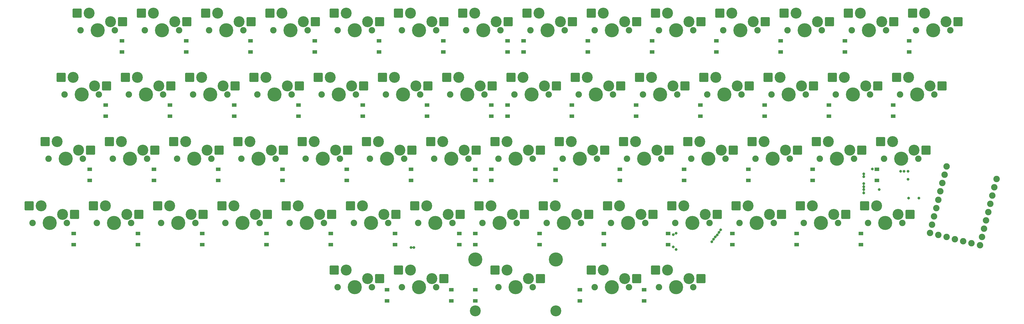
<source format=gbr>
%TF.GenerationSoftware,KiCad,Pcbnew,(6.0.6-0)*%
%TF.CreationDate,2022-07-30T10:34:08-07:00*%
%TF.ProjectId,purple-owl,70757270-6c65-42d6-9f77-6c2e6b696361,v0.1*%
%TF.SameCoordinates,Original*%
%TF.FileFunction,Soldermask,Top*%
%TF.FilePolarity,Negative*%
%FSLAX46Y46*%
G04 Gerber Fmt 4.6, Leading zero omitted, Abs format (unit mm)*
G04 Created by KiCad (PCBNEW (6.0.6-0)) date 2022-07-30 10:34:08*
%MOMM*%
%LPD*%
G01*
G04 APERTURE LIST*
G04 Aperture macros list*
%AMRoundRect*
0 Rectangle with rounded corners*
0 $1 Rounding radius*
0 $2 $3 $4 $5 $6 $7 $8 $9 X,Y pos of 4 corners*
0 Add a 4 corners polygon primitive as box body*
4,1,4,$2,$3,$4,$5,$6,$7,$8,$9,$2,$3,0*
0 Add four circle primitives for the rounded corners*
1,1,$1+$1,$2,$3*
1,1,$1+$1,$4,$5*
1,1,$1+$1,$6,$7*
1,1,$1+$1,$8,$9*
0 Add four rect primitives between the rounded corners*
20,1,$1+$1,$2,$3,$4,$5,0*
20,1,$1+$1,$4,$5,$6,$7,0*
20,1,$1+$1,$6,$7,$8,$9,0*
20,1,$1+$1,$8,$9,$2,$3,0*%
G04 Aperture macros list end*
%ADD10RoundRect,0.100000X0.600000X-0.450000X0.600000X0.450000X-0.600000X0.450000X-0.600000X-0.450000X0*%
%ADD11C,3.248000*%
%ADD12C,1.901800*%
%ADD13C,4.187800*%
%ADD14RoundRect,0.354000X-1.016000X-1.016000X1.016000X-1.016000X1.016000X1.016000X-1.016000X1.016000X0*%
%ADD15RoundRect,0.100000X-0.600000X0.450000X-0.600000X-0.450000X0.600000X-0.450000X0.600000X0.450000X0*%
%ADD16C,1.900000*%
%ADD17C,0.800000*%
G04 APERTURE END LIST*
D10*
%TO.C,D27*%
X116681250Y-101662500D03*
X116681250Y-98362500D03*
%TD*%
%TO.C,D38*%
X169068750Y-120712500D03*
X169068750Y-117412500D03*
%TD*%
D11*
%TO.C,SW10*%
X168910000Y-71120000D03*
D12*
X176530000Y-76200000D03*
D13*
X171450000Y-76200000D03*
D12*
X166370000Y-76200000D03*
D11*
X175260000Y-73660000D03*
D14*
X165354000Y-71120000D03*
X178816000Y-73660000D03*
%TD*%
D13*
%TO.C,SW22*%
X204787500Y-95250000D03*
D12*
X199707500Y-95250000D03*
X209867500Y-95250000D03*
D11*
X202247500Y-90170000D03*
X208597500Y-92710000D03*
D14*
X198691500Y-90170000D03*
X212153500Y-92710000D03*
%TD*%
D10*
%TO.C,D42*%
X92868750Y-120712500D03*
X92868750Y-117412500D03*
%TD*%
%TO.C,D52*%
X164306250Y-139762500D03*
X164306250Y-136462500D03*
%TD*%
D13*
%TO.C,SW48*%
X233362500Y-133350000D03*
D12*
X238442500Y-133350000D03*
X228282500Y-133350000D03*
D11*
X230822500Y-128270000D03*
X237172500Y-130810000D03*
D14*
X227266500Y-128270000D03*
X240728500Y-130810000D03*
%TD*%
D11*
%TO.C,SW15*%
X335597500Y-90170000D03*
D13*
X338137500Y-95250000D03*
D11*
X341947500Y-92710000D03*
D12*
X343217500Y-95250000D03*
X333057500Y-95250000D03*
D14*
X332041500Y-90170000D03*
X345503500Y-92710000D03*
%TD*%
D10*
%TO.C,D6*%
X240506250Y-82612500D03*
X240506250Y-79312500D03*
%TD*%
D11*
%TO.C,SW58*%
X251460000Y-149860000D03*
X245110000Y-147320000D03*
D12*
X242570000Y-152400000D03*
X252730000Y-152400000D03*
D13*
X247650000Y-152400000D03*
D14*
X241554000Y-147320000D03*
X255016000Y-149860000D03*
%TD*%
D13*
%TO.C,SW24*%
X166687500Y-95250000D03*
D12*
X161607500Y-95250000D03*
X171767500Y-95250000D03*
D11*
X164147500Y-90170000D03*
X170497500Y-92710000D03*
D14*
X160591500Y-90170000D03*
X174053500Y-92710000D03*
%TD*%
D10*
%TO.C,D13*%
X121443750Y-82612500D03*
X121443750Y-79312500D03*
%TD*%
D11*
%TO.C,SW32*%
X273685000Y-109220000D03*
D13*
X276225000Y-114300000D03*
D11*
X280035000Y-111760000D03*
D12*
X271145000Y-114300000D03*
X281305000Y-114300000D03*
D14*
X270129000Y-109220000D03*
X283591000Y-111760000D03*
%TD*%
D12*
%TO.C,SW20*%
X237807500Y-95250000D03*
X247967500Y-95250000D03*
D13*
X242887500Y-95250000D03*
D11*
X246697500Y-92710000D03*
X240347500Y-90170000D03*
D14*
X236791500Y-90170000D03*
X250253500Y-92710000D03*
%TD*%
D13*
%TO.C,SW8*%
X209550000Y-76200000D03*
D11*
X207010000Y-71120000D03*
D12*
X204470000Y-76200000D03*
X214630000Y-76200000D03*
D11*
X213360000Y-73660000D03*
D14*
X203454000Y-71120000D03*
X216916000Y-73660000D03*
%TD*%
D12*
%TO.C,SW11*%
X147320000Y-76200000D03*
X157480000Y-76200000D03*
D11*
X156210000Y-73660000D03*
D13*
X152400000Y-76200000D03*
D11*
X149860000Y-71120000D03*
D14*
X146304000Y-71120000D03*
X159766000Y-73660000D03*
%TD*%
D10*
%TO.C,D2*%
X316706250Y-82612500D03*
X316706250Y-79312500D03*
%TD*%
D13*
%TO.C,SW9*%
X190500000Y-76200000D03*
D11*
X194310000Y-73660000D03*
D12*
X185420000Y-76200000D03*
D11*
X187960000Y-71120000D03*
D12*
X195580000Y-76200000D03*
D14*
X184404000Y-71120000D03*
X197866000Y-73660000D03*
%TD*%
D10*
%TO.C,D40*%
X130968750Y-120712500D03*
X130968750Y-117412500D03*
%TD*%
D12*
%TO.C,SW47*%
X257492500Y-133350000D03*
X247332500Y-133350000D03*
D11*
X256222500Y-130810000D03*
X249872500Y-128270000D03*
D13*
X252412500Y-133350000D03*
D14*
X246316500Y-128270000D03*
X259778500Y-130810000D03*
%TD*%
D10*
%TO.C,D22*%
X211931250Y-101662500D03*
X211931250Y-98362500D03*
%TD*%
%TO.C,D24*%
X173831250Y-101662500D03*
X173831250Y-98362500D03*
%TD*%
D11*
%TO.C,SW12*%
X137160000Y-73660000D03*
D12*
X128270000Y-76200000D03*
D11*
X130810000Y-71120000D03*
D13*
X133350000Y-76200000D03*
D12*
X138430000Y-76200000D03*
D14*
X127254000Y-71120000D03*
X140716000Y-73660000D03*
%TD*%
D12*
%TO.C,SW35*%
X213995000Y-114300000D03*
D11*
X222885000Y-111760000D03*
D12*
X224155000Y-114300000D03*
D11*
X216535000Y-109220000D03*
D13*
X219075000Y-114300000D03*
D14*
X212979000Y-109220000D03*
X226441000Y-111760000D03*
%TD*%
D10*
%TO.C,D37*%
X188118750Y-120712500D03*
X188118750Y-117412500D03*
%TD*%
D13*
%TO.C,SW2*%
X323850000Y-76200000D03*
D11*
X327660000Y-73660000D03*
D12*
X328930000Y-76200000D03*
X318770000Y-76200000D03*
D11*
X321310000Y-71120000D03*
D14*
X317754000Y-71120000D03*
X331216000Y-73660000D03*
%TD*%
D11*
%TO.C,SW44*%
X313372500Y-130810000D03*
D13*
X309562500Y-133350000D03*
D12*
X304482500Y-133350000D03*
X314642500Y-133350000D03*
D11*
X307022500Y-128270000D03*
D14*
X303466500Y-128270000D03*
X316928500Y-130810000D03*
%TD*%
D10*
%TO.C,D49*%
X207168750Y-139762500D03*
X207168750Y-136462500D03*
%TD*%
%TO.C,D47*%
X245268750Y-139762500D03*
X245268750Y-136462500D03*
%TD*%
D12*
%TO.C,SW16*%
X324167500Y-95250000D03*
D13*
X319087500Y-95250000D03*
D11*
X322897500Y-92710000D03*
D12*
X314007500Y-95250000D03*
D11*
X316547500Y-90170000D03*
D14*
X312991500Y-90170000D03*
X326453500Y-92710000D03*
%TD*%
D10*
%TO.C,D19*%
X254793750Y-101662500D03*
X254793750Y-98362500D03*
%TD*%
D11*
%TO.C,SW54*%
X122872500Y-130810000D03*
X116522500Y-128270000D03*
D12*
X113982500Y-133350000D03*
D13*
X119062500Y-133350000D03*
D12*
X124142500Y-133350000D03*
D14*
X112966500Y-128270000D03*
X126428500Y-130810000D03*
%TD*%
D10*
%TO.C,D43*%
X321468750Y-139762500D03*
X321468750Y-136462500D03*
%TD*%
D12*
%TO.C,SW55*%
X94932500Y-133350000D03*
X105092500Y-133350000D03*
D11*
X103822500Y-130810000D03*
D13*
X100012500Y-133350000D03*
D11*
X97472500Y-128270000D03*
D14*
X93916500Y-128270000D03*
X107378500Y-130810000D03*
%TD*%
D12*
%TO.C,SW36*%
X194945000Y-114300000D03*
D13*
X200025000Y-114300000D03*
D11*
X197485000Y-109220000D03*
D12*
X205105000Y-114300000D03*
D11*
X203835000Y-111760000D03*
D14*
X193929000Y-109220000D03*
X207391000Y-111760000D03*
%TD*%
D12*
%TO.C,SW42*%
X80645000Y-114300000D03*
X90805000Y-114300000D03*
D11*
X89535000Y-111760000D03*
X83185000Y-109220000D03*
D13*
X85725000Y-114300000D03*
D14*
X79629000Y-109220000D03*
X93091000Y-111760000D03*
%TD*%
D10*
%TO.C,D25*%
X154781250Y-101662500D03*
X154781250Y-98362500D03*
%TD*%
D12*
%TO.C,SW43*%
X333692500Y-133350000D03*
D11*
X332422500Y-130810000D03*
D13*
X328612500Y-133350000D03*
D12*
X323532500Y-133350000D03*
D11*
X326072500Y-128270000D03*
D14*
X322516500Y-128270000D03*
X335978500Y-130810000D03*
%TD*%
D11*
%TO.C,SW33*%
X260985000Y-111760000D03*
D12*
X252095000Y-114300000D03*
D11*
X254635000Y-109220000D03*
D13*
X257175000Y-114300000D03*
D12*
X262255000Y-114300000D03*
D14*
X251079000Y-109220000D03*
X264541000Y-111760000D03*
%TD*%
D11*
%TO.C,SW28*%
X87947500Y-90170000D03*
D13*
X90487500Y-95250000D03*
D11*
X94297500Y-92710000D03*
D12*
X95567500Y-95250000D03*
X85407500Y-95250000D03*
D14*
X84391500Y-90170000D03*
X97853500Y-92710000D03*
%TD*%
D10*
%TO.C,D11*%
X159543750Y-82612500D03*
X159543750Y-79312500D03*
%TD*%
D13*
%TO.C,SW23*%
X185737500Y-95250000D03*
D11*
X183197500Y-90170000D03*
D12*
X190817500Y-95250000D03*
X180657500Y-95250000D03*
D11*
X189547500Y-92710000D03*
D14*
X179641500Y-90170000D03*
X193103500Y-92710000D03*
%TD*%
D10*
%TO.C,D53*%
X145256250Y-139762500D03*
X145256250Y-136462500D03*
%TD*%
D12*
%TO.C,SW52*%
X162242500Y-133350000D03*
D11*
X160972500Y-130810000D03*
D13*
X157162500Y-133350000D03*
D12*
X152082500Y-133350000D03*
D11*
X154622500Y-128270000D03*
D14*
X151066500Y-128270000D03*
X164528500Y-130810000D03*
%TD*%
D10*
%TO.C,D8*%
X216693750Y-82612500D03*
X216693750Y-79312500D03*
%TD*%
%TO.C,D20*%
X235743750Y-101662500D03*
X235743750Y-98362500D03*
%TD*%
D13*
%TO.C,SW53*%
X138112500Y-133350000D03*
D12*
X133032500Y-133350000D03*
D11*
X141922500Y-130810000D03*
X135572500Y-128270000D03*
D12*
X143192500Y-133350000D03*
D14*
X132016500Y-128270000D03*
X145478500Y-130810000D03*
%TD*%
D13*
%TO.C,SW59*%
X231013000Y-144145000D03*
X207137000Y-144145000D03*
D11*
X207137000Y-159385000D03*
X216535000Y-147320000D03*
D12*
X213995000Y-152400000D03*
D11*
X222885000Y-149860000D03*
D13*
X219075000Y-152400000D03*
D11*
X231013000Y-159385000D03*
D12*
X224155000Y-152400000D03*
D14*
X212979000Y-147320000D03*
X226441000Y-149860000D03*
%TD*%
D10*
%TO.C,D16*%
X311943750Y-101662500D03*
X311943750Y-98362500D03*
%TD*%
%TO.C,D9*%
X197643750Y-82612500D03*
X197643750Y-79312500D03*
%TD*%
%TO.C,D41*%
X111918750Y-120712500D03*
X111918750Y-117412500D03*
%TD*%
%TO.C,D56*%
X88106250Y-139762500D03*
X88106250Y-136462500D03*
%TD*%
%TO.C,D46*%
X264318750Y-139762500D03*
X264318750Y-136462500D03*
%TD*%
%TO.C,D15*%
X330993750Y-101662500D03*
X330993750Y-98362500D03*
%TD*%
D13*
%TO.C,SW27*%
X109537500Y-95250000D03*
D11*
X106997500Y-90170000D03*
D12*
X104457500Y-95250000D03*
X114617500Y-95250000D03*
D11*
X113347500Y-92710000D03*
D14*
X103441500Y-90170000D03*
X116903500Y-92710000D03*
%TD*%
D13*
%TO.C,SW7*%
X228600000Y-76200000D03*
D12*
X233680000Y-76200000D03*
X223520000Y-76200000D03*
D11*
X226060000Y-71120000D03*
X232410000Y-73660000D03*
D14*
X222504000Y-71120000D03*
X235966000Y-73660000D03*
%TD*%
D15*
%TO.C,D57*%
X257175000Y-153131250D03*
X257175000Y-156431250D03*
%TD*%
D10*
%TO.C,D30*%
X307181250Y-120712500D03*
X307181250Y-117412500D03*
%TD*%
D13*
%TO.C,SW17*%
X300037500Y-95250000D03*
D11*
X297497500Y-90170000D03*
D12*
X305117500Y-95250000D03*
D11*
X303847500Y-92710000D03*
D12*
X294957500Y-95250000D03*
D14*
X293941500Y-90170000D03*
X307403500Y-92710000D03*
%TD*%
D10*
%TO.C,D33*%
X250031250Y-120712500D03*
X250031250Y-117412500D03*
%TD*%
%TO.C,D17*%
X292893750Y-101662500D03*
X292893750Y-98362500D03*
%TD*%
D11*
%TO.C,SW60*%
X187960000Y-147320000D03*
D12*
X195580000Y-152400000D03*
D11*
X194310000Y-149860000D03*
D13*
X190500000Y-152400000D03*
D12*
X185420000Y-152400000D03*
D14*
X184404000Y-147320000D03*
X197866000Y-149860000D03*
%TD*%
D11*
%TO.C,SW41*%
X102235000Y-109220000D03*
D12*
X109855000Y-114300000D03*
D13*
X104775000Y-114300000D03*
D12*
X99695000Y-114300000D03*
D11*
X108585000Y-111760000D03*
D14*
X98679000Y-109220000D03*
X112141000Y-111760000D03*
%TD*%
D10*
%TO.C,D51*%
X183356250Y-139762500D03*
X183356250Y-136462500D03*
%TD*%
D12*
%TO.C,SW38*%
X156845000Y-114300000D03*
D13*
X161925000Y-114300000D03*
D11*
X165735000Y-111760000D03*
D12*
X167005000Y-114300000D03*
D11*
X159385000Y-109220000D03*
D14*
X155829000Y-109220000D03*
X169291000Y-111760000D03*
%TD*%
D10*
%TO.C,D54*%
X126206250Y-139762500D03*
X126206250Y-136462500D03*
%TD*%
%TO.C,D48*%
X226218750Y-139762500D03*
X226218750Y-136462500D03*
%TD*%
%TO.C,D23*%
X192881250Y-101662500D03*
X192881250Y-98362500D03*
%TD*%
D12*
%TO.C,SW49*%
X219392500Y-133350000D03*
D11*
X218122500Y-130810000D03*
D12*
X209232500Y-133350000D03*
D13*
X214312500Y-133350000D03*
D11*
X211772500Y-128270000D03*
D14*
X208216500Y-128270000D03*
X221678500Y-130810000D03*
%TD*%
D11*
%TO.C,SW25*%
X145097500Y-90170000D03*
X151447500Y-92710000D03*
D13*
X147637500Y-95250000D03*
D12*
X152717500Y-95250000D03*
X142557500Y-95250000D03*
D14*
X141541500Y-90170000D03*
X155003500Y-92710000D03*
%TD*%
D12*
%TO.C,SW19*%
X256857500Y-95250000D03*
D11*
X265747500Y-92710000D03*
D12*
X267017500Y-95250000D03*
D11*
X259397500Y-90170000D03*
D13*
X261937500Y-95250000D03*
D14*
X255841500Y-90170000D03*
X269303500Y-92710000D03*
%TD*%
D12*
%TO.C,SW40*%
X118745000Y-114300000D03*
D13*
X123825000Y-114300000D03*
D11*
X127635000Y-111760000D03*
D12*
X128905000Y-114300000D03*
D11*
X121285000Y-109220000D03*
D14*
X117729000Y-109220000D03*
X131191000Y-111760000D03*
%TD*%
D12*
%TO.C,SW29*%
X338455000Y-114300000D03*
X328295000Y-114300000D03*
D11*
X337185000Y-111760000D03*
X330835000Y-109220000D03*
D13*
X333375000Y-114300000D03*
D14*
X327279000Y-109220000D03*
X340741000Y-111760000D03*
%TD*%
D10*
%TO.C,D36*%
X207168750Y-120712500D03*
X207168750Y-117412500D03*
%TD*%
%TO.C,D39*%
X150018750Y-120712500D03*
X150018750Y-117412500D03*
%TD*%
%TO.C,D5*%
X259556250Y-82612500D03*
X259556250Y-79312500D03*
%TD*%
D15*
%TO.C,D61*%
X180975000Y-153131250D03*
X180975000Y-156431250D03*
%TD*%
D10*
%TO.C,D3*%
X297656250Y-82612500D03*
X297656250Y-79312500D03*
%TD*%
D13*
%TO.C,SW31*%
X295275000Y-114300000D03*
D12*
X300355000Y-114300000D03*
D11*
X292735000Y-109220000D03*
X299085000Y-111760000D03*
D12*
X290195000Y-114300000D03*
D14*
X289179000Y-109220000D03*
X302641000Y-111760000D03*
%TD*%
D11*
%TO.C,SW26*%
X132397500Y-92710000D03*
X126047500Y-90170000D03*
D12*
X123507500Y-95250000D03*
X133667500Y-95250000D03*
D13*
X128587500Y-95250000D03*
D14*
X122491500Y-90170000D03*
X135953500Y-92710000D03*
%TD*%
D13*
%TO.C,SW3*%
X304800000Y-76200000D03*
D12*
X309880000Y-76200000D03*
D11*
X308610000Y-73660000D03*
D12*
X299720000Y-76200000D03*
D11*
X302260000Y-71120000D03*
D14*
X298704000Y-71120000D03*
X312166000Y-73660000D03*
%TD*%
D12*
%TO.C,SW56*%
X75882500Y-133350000D03*
D13*
X80962500Y-133350000D03*
D11*
X84772500Y-130810000D03*
X78422500Y-128270000D03*
D12*
X86042500Y-133350000D03*
D14*
X74866500Y-128270000D03*
X88328500Y-130810000D03*
%TD*%
D13*
%TO.C,SW18*%
X280987500Y-95250000D03*
D12*
X286067500Y-95250000D03*
D11*
X278447500Y-90170000D03*
X284797500Y-92710000D03*
D12*
X275907500Y-95250000D03*
D14*
X274891500Y-90170000D03*
X288353500Y-92710000D03*
%TD*%
D10*
%TO.C,D31*%
X288131250Y-120712500D03*
X288131250Y-117412500D03*
%TD*%
%TO.C,D28*%
X97631250Y-101662500D03*
X97631250Y-98362500D03*
%TD*%
D11*
%TO.C,SW61*%
X168910000Y-147320000D03*
X175260000Y-149860000D03*
D12*
X176530000Y-152400000D03*
X166370000Y-152400000D03*
D13*
X171450000Y-152400000D03*
D14*
X165354000Y-147320000D03*
X178816000Y-149860000D03*
%TD*%
D10*
%TO.C,D32*%
X269081250Y-120712500D03*
X269081250Y-117412500D03*
%TD*%
D12*
%TO.C,SW51*%
X171132500Y-133350000D03*
D13*
X176212500Y-133350000D03*
D11*
X173672500Y-128270000D03*
D12*
X181292500Y-133350000D03*
D11*
X180022500Y-130810000D03*
D14*
X170116500Y-128270000D03*
X183578500Y-130810000D03*
%TD*%
D11*
%TO.C,SW21*%
X227647500Y-92710000D03*
X221297500Y-90170000D03*
D13*
X223837500Y-95250000D03*
D12*
X218757500Y-95250000D03*
X228917500Y-95250000D03*
D14*
X217741500Y-90170000D03*
X231203500Y-92710000D03*
%TD*%
D12*
%TO.C,SW34*%
X243205000Y-114300000D03*
X233045000Y-114300000D03*
D13*
X238125000Y-114300000D03*
D11*
X235585000Y-109220000D03*
X241935000Y-111760000D03*
D14*
X232029000Y-109220000D03*
X245491000Y-111760000D03*
%TD*%
D12*
%TO.C,SW5*%
X271780000Y-76200000D03*
X261620000Y-76200000D03*
D13*
X266700000Y-76200000D03*
D11*
X270510000Y-73660000D03*
X264160000Y-71120000D03*
D14*
X260604000Y-71120000D03*
X274066000Y-73660000D03*
%TD*%
D15*
%TO.C,D60*%
X200025000Y-153131250D03*
X200025000Y-156431250D03*
%TD*%
D13*
%TO.C,SW39*%
X142875000Y-114300000D03*
D12*
X147955000Y-114300000D03*
D11*
X146685000Y-111760000D03*
D12*
X137795000Y-114300000D03*
D11*
X140335000Y-109220000D03*
D14*
X136779000Y-109220000D03*
X150241000Y-111760000D03*
%TD*%
D13*
%TO.C,SW50*%
X195262500Y-133350000D03*
D11*
X192722500Y-128270000D03*
X199072500Y-130810000D03*
D12*
X190182500Y-133350000D03*
X200342500Y-133350000D03*
D14*
X189166500Y-128270000D03*
X202628500Y-130810000D03*
%TD*%
D11*
%TO.C,SW57*%
X270510000Y-149860000D03*
D13*
X266700000Y-152400000D03*
D12*
X261620000Y-152400000D03*
D11*
X264160000Y-147320000D03*
D12*
X271780000Y-152400000D03*
D14*
X260604000Y-147320000D03*
X274066000Y-149860000D03*
%TD*%
D11*
%TO.C,SW1*%
X340360000Y-71120000D03*
D12*
X337820000Y-76200000D03*
X347980000Y-76200000D03*
D13*
X342900000Y-76200000D03*
D11*
X346710000Y-73660000D03*
D14*
X336804000Y-71120000D03*
X350266000Y-73660000D03*
%TD*%
D15*
%TO.C,D59*%
X207168750Y-153131250D03*
X207168750Y-156431250D03*
%TD*%
D10*
%TO.C,D34*%
X230981250Y-120712500D03*
X230981250Y-117412500D03*
%TD*%
%TO.C,D45*%
X283368750Y-139762500D03*
X283368750Y-136462500D03*
%TD*%
%TO.C,D44*%
X302418750Y-139762500D03*
X302418750Y-136462500D03*
%TD*%
%TO.C,D21*%
X216693750Y-101662500D03*
X216693750Y-98362500D03*
%TD*%
%TO.C,D26*%
X135731250Y-101662500D03*
X135731250Y-98362500D03*
%TD*%
%TO.C,D4*%
X278606250Y-82612500D03*
X278606250Y-79312500D03*
%TD*%
%TO.C,D14*%
X102393750Y-82612500D03*
X102393750Y-79312500D03*
%TD*%
D15*
%TO.C,D58*%
X238125000Y-153131250D03*
X238125000Y-156431250D03*
%TD*%
D11*
%TO.C,SW46*%
X268922500Y-128270000D03*
D12*
X266382500Y-133350000D03*
X276542500Y-133350000D03*
D13*
X271462500Y-133350000D03*
D11*
X275272500Y-130810000D03*
D14*
X265366500Y-128270000D03*
X278828500Y-130810000D03*
%TD*%
D10*
%TO.C,D35*%
X211931250Y-120712500D03*
X211931250Y-117412500D03*
%TD*%
D13*
%TO.C,SW37*%
X180975000Y-114300000D03*
D11*
X184785000Y-111760000D03*
X178435000Y-109220000D03*
D12*
X186055000Y-114300000D03*
X175895000Y-114300000D03*
D14*
X174879000Y-109220000D03*
X188341000Y-111760000D03*
%TD*%
D10*
%TO.C,D55*%
X107156250Y-139762500D03*
X107156250Y-136462500D03*
%TD*%
%TO.C,D10*%
X178593750Y-82612500D03*
X178593750Y-79312500D03*
%TD*%
D11*
%TO.C,SW30*%
X311785000Y-109220000D03*
D13*
X314325000Y-114300000D03*
D12*
X319405000Y-114300000D03*
D11*
X318135000Y-111760000D03*
D12*
X309245000Y-114300000D03*
D14*
X308229000Y-109220000D03*
X321691000Y-111760000D03*
%TD*%
D10*
%TO.C,D50*%
X202406250Y-139762500D03*
X202406250Y-136462500D03*
%TD*%
%TO.C,D18*%
X273843750Y-101662500D03*
X273843750Y-98362500D03*
%TD*%
%TO.C,D7*%
X221456250Y-82612500D03*
X221456250Y-79312500D03*
%TD*%
D13*
%TO.C,SW4*%
X285750000Y-76200000D03*
D11*
X289560000Y-73660000D03*
D12*
X280670000Y-76200000D03*
X290830000Y-76200000D03*
D11*
X283210000Y-71120000D03*
D14*
X279654000Y-71120000D03*
X293116000Y-73660000D03*
%TD*%
D11*
%TO.C,SW14*%
X99060000Y-73660000D03*
D13*
X95250000Y-76200000D03*
D11*
X92710000Y-71120000D03*
D12*
X90170000Y-76200000D03*
X100330000Y-76200000D03*
D14*
X89154000Y-71120000D03*
X102616000Y-73660000D03*
%TD*%
D10*
%TO.C,D1*%
X335756250Y-82612500D03*
X335756250Y-79312500D03*
%TD*%
D11*
%TO.C,SW13*%
X118110000Y-73660000D03*
D12*
X109220000Y-76200000D03*
D13*
X114300000Y-76200000D03*
D12*
X119380000Y-76200000D03*
D11*
X111760000Y-71120000D03*
D14*
X108204000Y-71120000D03*
X121666000Y-73660000D03*
%TD*%
D10*
%TO.C,D29*%
X326231250Y-120712500D03*
X326231250Y-117412500D03*
%TD*%
D11*
%TO.C,SW45*%
X294322500Y-130810000D03*
D13*
X290512500Y-133350000D03*
D11*
X287972500Y-128270000D03*
D12*
X295592500Y-133350000D03*
X285432500Y-133350000D03*
D14*
X284416500Y-128270000D03*
X297878500Y-130810000D03*
%TD*%
D10*
%TO.C,D12*%
X140493750Y-82612500D03*
X140493750Y-79312500D03*
%TD*%
D12*
%TO.C,SW6*%
X252730000Y-76200000D03*
X242570000Y-76200000D03*
D13*
X247650000Y-76200000D03*
D11*
X245110000Y-71120000D03*
X251460000Y-73660000D03*
D14*
X241554000Y-71120000D03*
X255016000Y-73660000D03*
%TD*%
D16*
%TO.C,U1*%
X361641580Y-120255240D03*
X361027098Y-122719791D03*
X360412617Y-125184342D03*
X359798135Y-127648893D03*
X359183654Y-130113445D03*
X358569172Y-132577996D03*
X357954690Y-135042547D03*
X357340209Y-137507098D03*
X356725727Y-139971649D03*
X354261176Y-139357168D03*
X351796625Y-138742686D03*
X349332074Y-138128204D03*
X346867523Y-137513723D03*
X344402971Y-136899241D03*
X341938420Y-136284759D03*
X342552902Y-133820208D03*
X343167383Y-131355657D03*
X343781865Y-128891106D03*
X344396347Y-126426555D03*
X345010828Y-123962004D03*
X345625310Y-121497453D03*
X346239792Y-119032901D03*
X346854273Y-116568350D03*
%TD*%
D17*
X324866000Y-117348000D03*
X327279000Y-109220000D03*
X340741000Y-111760000D03*
X336042000Y-130810000D03*
X331216000Y-73660000D03*
X326453500Y-92710000D03*
X316865000Y-130810000D03*
X335568350Y-125949650D03*
X321691000Y-111760000D03*
X322326000Y-124395500D03*
X307403500Y-92710000D03*
X312166000Y-73660000D03*
X338631866Y-125934134D03*
X302641000Y-111760000D03*
X297815000Y-130810000D03*
X278765000Y-130810000D03*
X274066000Y-149860000D03*
X322317500Y-123444000D03*
X293116000Y-73660000D03*
X283591000Y-111760000D03*
X326857750Y-123444000D03*
X288353500Y-92710000D03*
X322317500Y-122555000D03*
X269303500Y-92710000D03*
X335407000Y-120396000D03*
X274066000Y-73660000D03*
X264541000Y-111760000D03*
X259715000Y-130810000D03*
X255016000Y-149860000D03*
X322323247Y-121663247D03*
X240665000Y-130810000D03*
X255016000Y-73660000D03*
X245491000Y-111760000D03*
X335407000Y-117991500D03*
X226441000Y-149860000D03*
X250253500Y-92710000D03*
X231203500Y-92710000D03*
X334264000Y-117983000D03*
X197866000Y-149860000D03*
X226441000Y-111760000D03*
X221615000Y-130810000D03*
X322326000Y-119634000D03*
X235966000Y-73660000D03*
X322326000Y-118745000D03*
X212153500Y-92710000D03*
X202628500Y-130810000D03*
X216916000Y-73660000D03*
X333248000Y-117983000D03*
X178816000Y-149860000D03*
X207391000Y-111760000D03*
X277241000Y-138938000D03*
X197866000Y-73533000D03*
X183578500Y-130810000D03*
X193103500Y-92710000D03*
X188341000Y-111760000D03*
X164528500Y-130810000D03*
X174053500Y-92710000D03*
X178816000Y-73660000D03*
X169291000Y-111760000D03*
X277749000Y-138176000D03*
X155003500Y-92710000D03*
X159766000Y-73660000D03*
X278257000Y-137476003D03*
X150241000Y-111760000D03*
X145478500Y-130810000D03*
X135953500Y-92710000D03*
X131191000Y-111760000D03*
X278827003Y-136841003D03*
X126428500Y-130810000D03*
X140716000Y-73660000D03*
X107378500Y-130810000D03*
X116903500Y-92710000D03*
X265811000Y-140416500D03*
X121793000Y-73533000D03*
X279400000Y-136144000D03*
X188976000Y-140589000D03*
X112141000Y-111760000D03*
X265811000Y-136822500D03*
X266700000Y-141224000D03*
X188087000Y-140589000D03*
X266700000Y-136368500D03*
X88328500Y-130810000D03*
X279908000Y-135382000D03*
G36*
X188423045Y-140373964D02*
G01*
X188433745Y-140387909D01*
X188489919Y-140428926D01*
X188559054Y-140433045D01*
X188619648Y-140399016D01*
X188629125Y-140388079D01*
X188639955Y-140373964D01*
X188641803Y-140373198D01*
X188643390Y-140374416D01*
X188643324Y-140376089D01*
X188597502Y-140466020D01*
X188578025Y-140589000D01*
X188597502Y-140711980D01*
X188643324Y-140801910D01*
X188643219Y-140803907D01*
X188641437Y-140804815D01*
X188639955Y-140804036D01*
X188629255Y-140790091D01*
X188573081Y-140749074D01*
X188503946Y-140744955D01*
X188443352Y-140778984D01*
X188433881Y-140789914D01*
X188423045Y-140804036D01*
X188421197Y-140804801D01*
X188419610Y-140803583D01*
X188419676Y-140801910D01*
X188465498Y-140711980D01*
X188484975Y-140589000D01*
X188465498Y-140466020D01*
X188419676Y-140376090D01*
X188419781Y-140374093D01*
X188421563Y-140373185D01*
X188423045Y-140373964D01*
G37*
G36*
X277389222Y-138335719D02*
G01*
X277427032Y-138409925D01*
X277515075Y-138497968D01*
X277626020Y-138554498D01*
X277719413Y-138569289D01*
X277720967Y-138570547D01*
X277720654Y-138572523D01*
X277719408Y-138573240D01*
X277651368Y-138583851D01*
X277599570Y-138629827D01*
X277580823Y-138696607D01*
X277590192Y-138742289D01*
X277604408Y-138776608D01*
X277604147Y-138778591D01*
X277602299Y-138779356D01*
X277600778Y-138778281D01*
X277562968Y-138704075D01*
X277474925Y-138616032D01*
X277363980Y-138559502D01*
X277270587Y-138544711D01*
X277269033Y-138543453D01*
X277269346Y-138541477D01*
X277270592Y-138540760D01*
X277338632Y-138530149D01*
X277390430Y-138484173D01*
X277409177Y-138417393D01*
X277399808Y-138371711D01*
X277385592Y-138337392D01*
X277385853Y-138335409D01*
X277387701Y-138334644D01*
X277389222Y-138335719D01*
G37*
G36*
X277886340Y-137614366D02*
G01*
X277935032Y-137709928D01*
X278023075Y-137797971D01*
X278134020Y-137854501D01*
X278252267Y-137873229D01*
X278253821Y-137874487D01*
X278253508Y-137876463D01*
X278252262Y-137877180D01*
X278186533Y-137887430D01*
X278134735Y-137933405D01*
X278115988Y-138000185D01*
X278123401Y-138036327D01*
X278122770Y-138038225D01*
X278120810Y-138038627D01*
X278119660Y-138037637D01*
X278070968Y-137942075D01*
X277982925Y-137854032D01*
X277871980Y-137797502D01*
X277753733Y-137778774D01*
X277752179Y-137777516D01*
X277752492Y-137775540D01*
X277753738Y-137774823D01*
X277819467Y-137764573D01*
X277871265Y-137718598D01*
X277890012Y-137651818D01*
X277882599Y-137615676D01*
X277883230Y-137613778D01*
X277885190Y-137613376D01*
X277886340Y-137614366D01*
G37*
G36*
X278435371Y-136881055D02*
G01*
X278448505Y-136963983D01*
X278505035Y-137074928D01*
X278593078Y-137162971D01*
X278704023Y-137219501D01*
X278786931Y-137232632D01*
X278788485Y-137233890D01*
X278788172Y-137235866D01*
X278786357Y-137236590D01*
X278782807Y-137236122D01*
X278714082Y-137246840D01*
X278662283Y-137292814D01*
X278643498Y-137359725D01*
X278644529Y-137374145D01*
X278652590Y-137435380D01*
X278651825Y-137437228D01*
X278649842Y-137437489D01*
X278648632Y-137435954D01*
X278635498Y-137353023D01*
X278578968Y-137242078D01*
X278490925Y-137154035D01*
X278379980Y-137097505D01*
X278297072Y-137084374D01*
X278295518Y-137083116D01*
X278295831Y-137081140D01*
X278297646Y-137080416D01*
X278301196Y-137080884D01*
X278369921Y-137070166D01*
X278421720Y-137024192D01*
X278440505Y-136957281D01*
X278439474Y-136942861D01*
X278431413Y-136881629D01*
X278432178Y-136879781D01*
X278434161Y-136879520D01*
X278435371Y-136881055D01*
G37*
G36*
X266308370Y-136408567D02*
G01*
X266321502Y-136491480D01*
X266378032Y-136602425D01*
X266442709Y-136667102D01*
X266443227Y-136669034D01*
X266441813Y-136670448D01*
X266440077Y-136670103D01*
X266405234Y-136643367D01*
X266404638Y-136644144D01*
X266402790Y-136644909D01*
X266401872Y-136644541D01*
X266365916Y-136618289D01*
X266296781Y-136614175D01*
X266236396Y-136648092D01*
X266203874Y-136709383D01*
X266202417Y-136750181D01*
X266206588Y-136781859D01*
X266205823Y-136783707D01*
X266203840Y-136783968D01*
X266202630Y-136782433D01*
X266189498Y-136699520D01*
X266132968Y-136588575D01*
X266068291Y-136523898D01*
X266067773Y-136521966D01*
X266069187Y-136520552D01*
X266070923Y-136520897D01*
X266105766Y-136547633D01*
X266106362Y-136546856D01*
X266108210Y-136546091D01*
X266109128Y-136546459D01*
X266145084Y-136572711D01*
X266214219Y-136576825D01*
X266274604Y-136542908D01*
X266307126Y-136481617D01*
X266308583Y-136440819D01*
X266304412Y-136409141D01*
X266305177Y-136407293D01*
X266307160Y-136407032D01*
X266308370Y-136408567D01*
G37*
G36*
X279031400Y-136286406D02*
G01*
X279078032Y-136377925D01*
X279166075Y-136465968D01*
X279277020Y-136522498D01*
X279359951Y-136535632D01*
X279361505Y-136536890D01*
X279361192Y-136538866D01*
X279359377Y-136539590D01*
X279330824Y-136535831D01*
X279262099Y-136546549D01*
X279210300Y-136592524D01*
X279191553Y-136659304D01*
X279199344Y-136697287D01*
X279198713Y-136699185D01*
X279196753Y-136699587D01*
X279195603Y-136698597D01*
X279148971Y-136607078D01*
X279060928Y-136519035D01*
X278949983Y-136462505D01*
X278867052Y-136449371D01*
X278865498Y-136448113D01*
X278865811Y-136446137D01*
X278867626Y-136445413D01*
X278896179Y-136449172D01*
X278964904Y-136438454D01*
X279016703Y-136392479D01*
X279035450Y-136325699D01*
X279027659Y-136287716D01*
X279028290Y-136285818D01*
X279030250Y-136285416D01*
X279031400Y-136286406D01*
G37*
G36*
X279548222Y-135541719D02*
G01*
X279586032Y-135615925D01*
X279674075Y-135703968D01*
X279785020Y-135760498D01*
X279878413Y-135775289D01*
X279879967Y-135776547D01*
X279879654Y-135778523D01*
X279878408Y-135779240D01*
X279810368Y-135789851D01*
X279758570Y-135835827D01*
X279739823Y-135902607D01*
X279749192Y-135948289D01*
X279763408Y-135982608D01*
X279763147Y-135984591D01*
X279761299Y-135985356D01*
X279759778Y-135984281D01*
X279721968Y-135910075D01*
X279633925Y-135822032D01*
X279522980Y-135765502D01*
X279429587Y-135750711D01*
X279428033Y-135749453D01*
X279428346Y-135747477D01*
X279429592Y-135746760D01*
X279497632Y-135736149D01*
X279549430Y-135690173D01*
X279568177Y-135623393D01*
X279558808Y-135577711D01*
X279544592Y-135543392D01*
X279544853Y-135541409D01*
X279546701Y-135540644D01*
X279548222Y-135541719D01*
G37*
G36*
X322532411Y-123776779D02*
G01*
X322533319Y-123778561D01*
X322532540Y-123780043D01*
X322518180Y-123791062D01*
X322517727Y-123791323D01*
X322486533Y-123804244D01*
X322432375Y-123847889D01*
X322410503Y-123913604D01*
X322427632Y-123980710D01*
X322477480Y-124027121D01*
X322478066Y-124029033D01*
X322476703Y-124030497D01*
X322475209Y-124030367D01*
X322448980Y-124017002D01*
X322326000Y-123997525D01*
X322203020Y-124017002D01*
X322113082Y-124062828D01*
X322111085Y-124062723D01*
X322110177Y-124060941D01*
X322110956Y-124059459D01*
X322125319Y-124048438D01*
X322125772Y-124048177D01*
X322156966Y-124035257D01*
X322211125Y-123991613D01*
X322232997Y-123925898D01*
X322215869Y-123858792D01*
X322166018Y-123812378D01*
X322165432Y-123810466D01*
X322166795Y-123809002D01*
X322168289Y-123809132D01*
X322194520Y-123822498D01*
X322317500Y-123841975D01*
X322440480Y-123822498D01*
X322530414Y-123776674D01*
X322532411Y-123776779D01*
G37*
G36*
X322104587Y-122887674D02*
G01*
X322194520Y-122933498D01*
X322317500Y-122952975D01*
X322440480Y-122933498D01*
X322530413Y-122887674D01*
X322532410Y-122887779D01*
X322533318Y-122889561D01*
X322532539Y-122891043D01*
X322518591Y-122901746D01*
X322477575Y-122957919D01*
X322473456Y-123027054D01*
X322507487Y-123087650D01*
X322518404Y-123097110D01*
X322532539Y-123107957D01*
X322533304Y-123109805D01*
X322532086Y-123111392D01*
X322530413Y-123111326D01*
X322440480Y-123065502D01*
X322317500Y-123046025D01*
X322194520Y-123065502D01*
X322104587Y-123111326D01*
X322102590Y-123111221D01*
X322101682Y-123109439D01*
X322102461Y-123107957D01*
X322116409Y-123097254D01*
X322157425Y-123041081D01*
X322161544Y-122971946D01*
X322127513Y-122911350D01*
X322116596Y-122901890D01*
X322102461Y-122891043D01*
X322101696Y-122889195D01*
X322102914Y-122887608D01*
X322104587Y-122887674D01*
G37*
G36*
X322110334Y-121995921D02*
G01*
X322200267Y-122041745D01*
X322323247Y-122061222D01*
X322446227Y-122041745D01*
X322536160Y-121995921D01*
X322538157Y-121996026D01*
X322539065Y-121997808D01*
X322538286Y-121999290D01*
X322519671Y-122013574D01*
X322478655Y-122069747D01*
X322474536Y-122138882D01*
X322508565Y-122199476D01*
X322519494Y-122208946D01*
X322532542Y-122218958D01*
X322533307Y-122220806D01*
X322532089Y-122222393D01*
X322530416Y-122222327D01*
X322440480Y-122176502D01*
X322317500Y-122157025D01*
X322194520Y-122176502D01*
X322104589Y-122222324D01*
X322102592Y-122222219D01*
X322101684Y-122220437D01*
X322102464Y-122218955D01*
X322121074Y-122204676D01*
X322162093Y-122148500D01*
X322166212Y-122079365D01*
X322132183Y-122018771D01*
X322121254Y-122009301D01*
X322108208Y-121999290D01*
X322107443Y-121997442D01*
X322108661Y-121995855D01*
X322110334Y-121995921D01*
G37*
G36*
X322113087Y-119077674D02*
G01*
X322203020Y-119123498D01*
X322326000Y-119142975D01*
X322448980Y-119123498D01*
X322538913Y-119077674D01*
X322540910Y-119077779D01*
X322541818Y-119079561D01*
X322541039Y-119081043D01*
X322527091Y-119091746D01*
X322486075Y-119147919D01*
X322481956Y-119217054D01*
X322515987Y-119277650D01*
X322526904Y-119287110D01*
X322541039Y-119297957D01*
X322541804Y-119299805D01*
X322540586Y-119301392D01*
X322538913Y-119301326D01*
X322448980Y-119255502D01*
X322326000Y-119236025D01*
X322203020Y-119255502D01*
X322113087Y-119301326D01*
X322111090Y-119301221D01*
X322110182Y-119299439D01*
X322110961Y-119297957D01*
X322124909Y-119287254D01*
X322165925Y-119231081D01*
X322170044Y-119161946D01*
X322136013Y-119101350D01*
X322125096Y-119091890D01*
X322110961Y-119081043D01*
X322110196Y-119079195D01*
X322111414Y-119077608D01*
X322113087Y-119077674D01*
G37*
G36*
X333882980Y-117871965D02*
G01*
X333883368Y-117873496D01*
X333866025Y-117983000D01*
X333883368Y-118092504D01*
X333882652Y-118094371D01*
X333880676Y-118094684D01*
X333879545Y-118093582D01*
X333871292Y-118073657D01*
X333870268Y-118074081D01*
X333868285Y-118073820D01*
X333867674Y-118073042D01*
X333849844Y-118032740D01*
X333792029Y-117994605D01*
X333722776Y-117993781D01*
X333664082Y-118030521D01*
X333644600Y-118073182D01*
X333642971Y-118074342D01*
X333642016Y-118074199D01*
X333640708Y-118073657D01*
X333632455Y-118093582D01*
X333630868Y-118094800D01*
X333629020Y-118094035D01*
X333628632Y-118092504D01*
X333645975Y-117983000D01*
X333628632Y-117873496D01*
X333629348Y-117871629D01*
X333631324Y-117871316D01*
X333632455Y-117872418D01*
X333640708Y-117892343D01*
X333641732Y-117891919D01*
X333643715Y-117892180D01*
X333644326Y-117892958D01*
X333662156Y-117933260D01*
X333719971Y-117971395D01*
X333789224Y-117972219D01*
X333847918Y-117935479D01*
X333867400Y-117892818D01*
X333869029Y-117891658D01*
X333869984Y-117891801D01*
X333871292Y-117892343D01*
X333879545Y-117872418D01*
X333881132Y-117871200D01*
X333882980Y-117871965D01*
G37*
M02*

</source>
